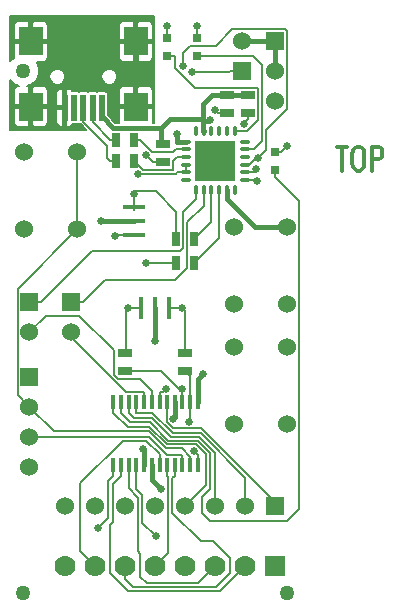
<source format=gtl>
G04 (created by PCBNEW-RS274X (2012-01-19 BZR 3256)-stable) date 12/5/2012 8:15:46 PM*
G01*
G70*
G90*
%MOIN*%
G04 Gerber Fmt 3.4, Leading zero omitted, Abs format*
%FSLAX34Y34*%
G04 APERTURE LIST*
%ADD10C,0.006000*%
%ADD11C,0.012000*%
%ADD12R,0.137800X0.137800*%
%ADD13O,0.039400X0.011800*%
%ADD14O,0.011800X0.039400*%
%ADD15R,0.079000X0.098000*%
%ADD16R,0.020000X0.091000*%
%ADD17C,0.060000*%
%ADD18R,0.016000X0.050000*%
%ADD19R,0.045000X0.025000*%
%ADD20R,0.025000X0.045000*%
%ADD21R,0.031400X0.031400*%
%ADD22R,0.060000X0.060000*%
%ADD23C,0.050000*%
%ADD24C,0.070000*%
%ADD25R,0.070000X0.070000*%
%ADD26R,0.015700X0.074800*%
%ADD27R,0.074800X0.015700*%
%ADD28C,0.025000*%
%ADD29C,0.015000*%
G04 APERTURE END LIST*
G54D10*
G54D11*
X71057Y-34524D02*
X71400Y-34524D01*
X71229Y-35324D02*
X71229Y-34524D01*
X71714Y-34524D02*
X71828Y-34524D01*
X71886Y-34562D01*
X71943Y-34638D01*
X71971Y-34790D01*
X71971Y-35057D01*
X71943Y-35210D01*
X71886Y-35286D01*
X71828Y-35324D01*
X71714Y-35324D01*
X71657Y-35286D01*
X71600Y-35210D01*
X71571Y-35057D01*
X71571Y-34790D01*
X71600Y-34638D01*
X71657Y-34562D01*
X71714Y-34524D01*
X72229Y-35324D02*
X72229Y-34524D01*
X72457Y-34524D01*
X72515Y-34562D01*
X72543Y-34600D01*
X72572Y-34676D01*
X72572Y-34790D01*
X72543Y-34867D01*
X72515Y-34905D01*
X72457Y-34943D01*
X72229Y-34943D01*
G54D12*
X67000Y-35000D03*
G54D13*
X67986Y-35640D03*
X67984Y-35384D03*
X67984Y-35128D03*
X67984Y-34872D03*
X67984Y-34616D03*
X67984Y-34360D03*
G54D14*
X67640Y-34016D03*
X67384Y-34016D03*
X67128Y-34016D03*
X66872Y-34016D03*
X66616Y-34016D03*
X66360Y-34016D03*
G54D13*
X66016Y-34360D03*
X66016Y-34616D03*
X66016Y-34872D03*
X66016Y-35128D03*
X66016Y-35384D03*
X66016Y-35640D03*
G54D14*
X66360Y-35984D03*
X66616Y-35984D03*
X66872Y-35984D03*
X67128Y-35984D03*
X67384Y-35984D03*
X67640Y-35984D03*
G54D15*
X64350Y-31020D03*
X60850Y-31020D03*
X60850Y-33190D03*
G54D16*
X63220Y-33225D03*
X61980Y-33225D03*
X62290Y-33225D03*
X62910Y-33225D03*
X62600Y-33225D03*
G54D15*
X64350Y-33190D03*
G54D17*
X67615Y-39780D03*
X67615Y-37220D03*
X69385Y-39780D03*
X69385Y-37220D03*
X62385Y-34720D03*
X62385Y-37280D03*
X60615Y-34720D03*
X60615Y-37280D03*
X67615Y-43780D03*
X67615Y-41220D03*
X69385Y-43780D03*
X69385Y-41220D03*
G54D18*
X63600Y-45150D03*
X63850Y-45150D03*
X64110Y-45150D03*
X64370Y-45150D03*
X64620Y-45150D03*
X64880Y-45150D03*
X65140Y-45150D03*
X65390Y-45150D03*
X65650Y-45150D03*
X65900Y-45150D03*
X66160Y-45150D03*
X66420Y-45150D03*
X66430Y-43050D03*
X66160Y-43050D03*
X65900Y-43050D03*
X65650Y-43050D03*
X65390Y-43050D03*
X65140Y-43050D03*
X64880Y-43050D03*
X64620Y-43050D03*
X64370Y-43050D03*
X64110Y-43050D03*
X63850Y-43050D03*
X63600Y-43050D03*
G54D19*
X68100Y-33400D03*
X68100Y-32800D03*
X67400Y-33400D03*
X67400Y-32800D03*
X65250Y-35050D03*
X65250Y-34450D03*
G54D20*
X65700Y-37600D03*
X66300Y-37600D03*
X65700Y-38400D03*
X66300Y-38400D03*
X63700Y-35000D03*
X64300Y-35000D03*
X63700Y-34300D03*
X64300Y-34300D03*
G54D19*
X64000Y-41400D03*
X64000Y-42000D03*
X66000Y-41400D03*
X66000Y-42000D03*
G54D21*
X69000Y-35295D03*
X69000Y-34705D03*
X65400Y-31495D03*
X65400Y-30905D03*
X66400Y-31495D03*
X66400Y-30905D03*
G54D17*
X63000Y-46500D03*
X64000Y-46500D03*
X62000Y-46500D03*
X65000Y-46500D03*
X66000Y-46500D03*
G54D22*
X69000Y-46500D03*
G54D17*
X68000Y-46500D03*
X67000Y-46500D03*
G54D22*
X69000Y-31000D03*
G54D17*
X69000Y-32000D03*
X69000Y-33000D03*
G54D22*
X62200Y-39700D03*
G54D17*
X62200Y-40700D03*
G54D22*
X60800Y-39700D03*
G54D17*
X60800Y-40700D03*
G54D22*
X67900Y-32000D03*
G54D17*
X67900Y-31000D03*
X60800Y-45200D03*
G54D22*
X60800Y-42200D03*
G54D17*
X60800Y-43200D03*
X60800Y-44200D03*
G54D23*
X60600Y-49400D03*
X60600Y-32000D03*
X69400Y-49400D03*
G54D24*
X63000Y-48500D03*
X64000Y-48500D03*
X62000Y-48500D03*
X65000Y-48500D03*
X66000Y-48500D03*
G54D25*
X69000Y-48500D03*
G54D24*
X68000Y-48500D03*
X67000Y-48500D03*
G54D26*
X65472Y-39900D03*
X65000Y-39900D03*
X64528Y-39900D03*
G54D27*
X64300Y-36528D03*
X64300Y-37000D03*
X64300Y-37472D03*
G54D28*
X66835Y-33631D03*
X63080Y-47250D03*
X65020Y-47520D03*
X63200Y-37000D03*
X65200Y-45950D03*
X62500Y-31500D03*
X62500Y-30500D03*
X65000Y-41000D03*
X64500Y-32000D03*
X62000Y-31000D03*
X65726Y-34095D03*
X66600Y-42100D03*
X63000Y-31000D03*
X64100Y-39900D03*
X65900Y-39900D03*
X64300Y-36100D03*
X66286Y-44687D03*
X69400Y-34500D03*
X65911Y-31852D03*
X68430Y-34897D03*
X64702Y-34819D03*
X68379Y-35679D03*
X67967Y-33764D03*
X65370Y-42591D03*
X65400Y-30500D03*
X66400Y-30500D03*
X63650Y-37500D03*
X64700Y-38400D03*
X64414Y-35425D03*
X66224Y-32041D03*
X68347Y-35255D03*
X66983Y-33290D03*
X65600Y-43600D03*
X64600Y-44600D03*
X66108Y-43690D03*
X65900Y-42612D03*
G54D29*
X65500Y-33600D02*
X66600Y-33600D01*
X66900Y-32800D02*
X67400Y-32800D01*
X63220Y-33225D02*
X63220Y-33520D01*
X66600Y-33100D02*
X66900Y-32800D01*
X66600Y-33680D02*
X66600Y-34000D01*
X66786Y-33680D02*
X66835Y-33631D01*
X66600Y-33600D02*
X66600Y-33680D01*
X66600Y-33680D02*
X66786Y-33680D01*
X63600Y-33900D02*
X65200Y-33900D01*
X65200Y-33900D02*
X65200Y-34400D01*
X66600Y-33600D02*
X66600Y-33100D01*
X65200Y-34400D02*
X65250Y-34450D01*
X63220Y-33520D02*
X63600Y-33900D01*
X66600Y-34000D02*
X66616Y-34016D01*
X68100Y-32800D02*
X67400Y-32800D01*
X65200Y-33900D02*
X65500Y-33600D01*
G54D10*
X63577Y-45766D02*
X63850Y-45493D01*
X64092Y-49332D02*
X64174Y-49332D01*
X68000Y-48500D02*
X67168Y-49332D01*
X63500Y-48740D02*
X64092Y-49332D01*
X63500Y-47122D02*
X63500Y-48740D01*
X63577Y-45824D02*
X63577Y-47045D01*
X63577Y-47045D02*
X63500Y-47122D01*
X63577Y-45824D02*
X63577Y-45766D01*
X64174Y-49332D02*
X67168Y-49332D01*
X63850Y-45493D02*
X63850Y-45150D01*
X63420Y-46910D02*
X63420Y-45679D01*
X69000Y-48500D02*
X69007Y-48500D01*
X63600Y-45493D02*
X63600Y-45150D01*
X63600Y-45499D02*
X63420Y-45679D01*
X63600Y-45493D02*
X63600Y-45499D01*
X63080Y-47250D02*
X63420Y-46910D01*
X64370Y-45930D02*
X64370Y-45150D01*
X64570Y-46130D02*
X64370Y-45930D01*
X64570Y-47070D02*
X64570Y-46130D01*
X65020Y-47520D02*
X64570Y-47070D01*
X64420Y-48020D02*
X64420Y-46231D01*
X64504Y-48104D02*
X64420Y-48020D01*
X64110Y-45921D02*
X64110Y-45150D01*
X64420Y-46231D02*
X64110Y-45921D01*
X66417Y-49083D02*
X64717Y-49083D01*
X64717Y-49083D02*
X64504Y-48870D01*
X67000Y-48500D02*
X66417Y-49083D01*
X64504Y-48870D02*
X64504Y-48104D01*
X66506Y-47668D02*
X66930Y-47668D01*
X65650Y-45150D02*
X65650Y-45493D01*
X64000Y-48938D02*
X64000Y-48500D01*
X65650Y-45493D02*
X65566Y-45577D01*
X66930Y-47668D02*
X67494Y-48232D01*
X65566Y-46728D02*
X66506Y-47668D01*
X67494Y-48743D02*
X67029Y-49208D01*
X65566Y-45577D02*
X65566Y-46728D01*
X64270Y-49208D02*
X64000Y-48938D01*
X67494Y-48232D02*
X67494Y-48743D01*
X67029Y-49208D02*
X64270Y-49208D01*
X65438Y-45541D02*
X65438Y-48062D01*
X65390Y-45493D02*
X65438Y-45541D01*
X65390Y-45150D02*
X65390Y-45493D01*
X65438Y-48062D02*
X65000Y-48500D01*
X69000Y-46382D02*
X69000Y-46500D01*
X65602Y-43917D02*
X65379Y-43694D01*
X66535Y-43917D02*
X65602Y-43917D01*
X65379Y-43404D02*
X65390Y-43393D01*
X68607Y-45989D02*
X69000Y-46382D01*
X68607Y-45989D02*
X66535Y-43917D01*
X65390Y-43050D02*
X65390Y-43393D01*
X65379Y-43694D02*
X65379Y-43404D01*
X68000Y-45572D02*
X66509Y-44081D01*
X64370Y-43050D02*
X64370Y-43393D01*
X68000Y-46500D02*
X68000Y-45572D01*
X65583Y-44081D02*
X64895Y-43393D01*
X64895Y-43393D02*
X64370Y-43393D01*
X66509Y-44081D02*
X65583Y-44081D01*
X67000Y-46500D02*
X67000Y-44747D01*
X64110Y-43050D02*
X64110Y-43393D01*
X67000Y-44747D02*
X66458Y-44205D01*
X64894Y-43584D02*
X64301Y-43584D01*
X65515Y-44205D02*
X64894Y-43584D01*
X66458Y-44205D02*
X65515Y-44205D01*
X64301Y-43584D02*
X64110Y-43393D01*
X66000Y-46500D02*
X66693Y-45807D01*
X66693Y-45807D02*
X66693Y-44786D01*
X66693Y-44786D02*
X66358Y-44451D01*
X66358Y-44451D02*
X65387Y-44451D01*
X65387Y-44451D02*
X64802Y-43866D01*
X64802Y-43866D02*
X64073Y-43866D01*
X64073Y-43866D02*
X63600Y-43393D01*
X63600Y-43050D02*
X63600Y-43393D01*
X67128Y-37572D02*
X67128Y-35984D01*
X66300Y-38400D02*
X67128Y-37572D01*
G54D29*
X67384Y-35984D02*
X67384Y-36274D01*
X66430Y-42270D02*
X66600Y-42100D01*
X65726Y-34095D02*
X65726Y-34360D01*
X69385Y-37220D02*
X68330Y-37220D01*
X62500Y-31000D02*
X62500Y-31500D01*
X61980Y-33190D02*
X61980Y-33018D01*
X63000Y-31000D02*
X62500Y-31000D01*
X64300Y-37000D02*
X63200Y-37000D01*
X63020Y-31020D02*
X63000Y-31000D01*
X66016Y-34360D02*
X65726Y-34360D01*
X64880Y-45150D02*
X64880Y-45630D01*
X62500Y-31000D02*
X62000Y-31000D01*
X64350Y-31850D02*
X64500Y-32000D01*
X62500Y-31000D02*
X62500Y-30500D01*
X66430Y-43050D02*
X66430Y-42270D01*
X64880Y-45630D02*
X65200Y-45950D01*
X64350Y-31020D02*
X63020Y-31020D01*
G54D10*
X61980Y-33225D02*
X61980Y-33190D01*
G54D29*
X68330Y-37220D02*
X67384Y-36274D01*
X65000Y-39900D02*
X65000Y-41000D01*
X64350Y-31020D02*
X64350Y-31850D01*
G54D10*
X65852Y-37969D02*
X65815Y-38006D01*
X65918Y-37903D02*
X65852Y-37969D01*
X62887Y-38006D02*
X61193Y-39700D01*
X66360Y-35984D02*
X66360Y-36274D01*
X61193Y-39700D02*
X60800Y-39700D01*
X66360Y-36274D02*
X65918Y-36716D01*
X65581Y-38006D02*
X62887Y-38006D01*
X65918Y-36716D02*
X65918Y-37903D01*
X65815Y-38006D02*
X65581Y-38006D01*
X65641Y-38975D02*
X66058Y-38558D01*
X63318Y-38975D02*
X65641Y-38975D01*
X66616Y-36490D02*
X66616Y-35984D01*
X66058Y-37048D02*
X66616Y-36490D01*
X62200Y-39700D02*
X62593Y-39700D01*
X62593Y-39700D02*
X63318Y-38975D01*
X66058Y-38558D02*
X66058Y-37048D01*
X64528Y-39900D02*
X64100Y-39900D01*
X64015Y-39985D02*
X64100Y-39900D01*
X64016Y-41384D02*
X64000Y-41400D01*
X64015Y-40085D02*
X64016Y-41384D01*
X64015Y-40085D02*
X64015Y-39985D01*
X66000Y-41400D02*
X66000Y-40000D01*
X65900Y-39900D02*
X65472Y-39900D01*
X66000Y-40000D02*
X65900Y-39900D01*
X64300Y-36626D02*
X64300Y-36100D01*
X65016Y-36016D02*
X65700Y-36700D01*
X64300Y-36100D02*
X64300Y-36016D01*
X65700Y-36700D02*
X65700Y-37600D01*
X64300Y-36016D02*
X65016Y-36016D01*
X64600Y-35300D02*
X64300Y-35000D01*
X65600Y-35000D02*
X65600Y-35300D01*
X65600Y-35300D02*
X64600Y-35300D01*
X66016Y-34872D02*
X65728Y-34872D01*
X65728Y-34872D02*
X65600Y-35000D01*
X64500Y-34300D02*
X64300Y-34300D01*
X65600Y-34700D02*
X64900Y-34700D01*
X65684Y-34616D02*
X65600Y-34700D01*
X66016Y-34616D02*
X65684Y-34616D01*
X64900Y-34700D02*
X64500Y-34300D01*
X62910Y-33710D02*
X63500Y-34300D01*
X62910Y-33225D02*
X62910Y-33710D01*
X63500Y-34300D02*
X63700Y-34300D01*
X66406Y-44807D02*
X66420Y-44807D01*
X66420Y-45150D02*
X66420Y-44807D01*
X66286Y-44687D02*
X66406Y-44807D01*
X69000Y-34705D02*
X69195Y-34705D01*
X69195Y-34705D02*
X69400Y-34500D01*
X68050Y-34016D02*
X67640Y-34016D01*
X65650Y-31898D02*
X66330Y-32578D01*
X66330Y-32578D02*
X68410Y-32578D01*
X68426Y-32594D02*
X68426Y-33640D01*
X68426Y-33640D02*
X68050Y-34016D01*
X65400Y-31495D02*
X65650Y-31495D01*
X68410Y-32578D02*
X68426Y-32594D01*
X65650Y-31495D02*
X65650Y-31898D01*
X68354Y-34897D02*
X68430Y-34897D01*
X68123Y-35128D02*
X68354Y-34897D01*
X68674Y-33988D02*
X69394Y-33268D01*
X65911Y-31394D02*
X65911Y-31852D01*
X69338Y-30606D02*
X67564Y-30606D01*
X68430Y-34897D02*
X68674Y-34653D01*
X67014Y-31156D02*
X66149Y-31156D01*
X69394Y-30662D02*
X69338Y-30606D01*
X67564Y-30606D02*
X67014Y-31156D01*
X66149Y-31156D02*
X65911Y-31394D01*
X69394Y-33268D02*
X69394Y-30662D01*
X68674Y-34653D02*
X68674Y-33988D01*
X67984Y-35128D02*
X68123Y-35128D01*
X64932Y-35049D02*
X64702Y-34819D01*
X65250Y-35050D02*
X64932Y-35050D01*
X64932Y-35050D02*
X64932Y-35049D01*
X68276Y-35640D02*
X68315Y-35679D01*
X67967Y-33764D02*
X67967Y-33751D01*
X67967Y-33751D02*
X68100Y-33618D01*
X68100Y-33400D02*
X68100Y-33618D01*
X68315Y-35679D02*
X68379Y-35679D01*
X67986Y-35640D02*
X68276Y-35640D01*
X65390Y-44807D02*
X65900Y-44807D01*
X64782Y-44199D02*
X65390Y-44807D01*
X60801Y-44199D02*
X64782Y-44199D01*
X60800Y-44200D02*
X60801Y-44199D01*
X65900Y-45150D02*
X65900Y-44807D01*
X62463Y-40155D02*
X63628Y-41320D01*
X61345Y-40155D02*
X62463Y-40155D01*
X60800Y-40700D02*
X61345Y-40155D01*
X63628Y-41320D02*
X63628Y-42125D01*
X64478Y-42256D02*
X64880Y-42658D01*
X63628Y-42125D02*
X63759Y-42256D01*
X63759Y-42256D02*
X64478Y-42256D01*
X64880Y-42658D02*
X64880Y-43050D01*
X65140Y-43050D02*
X65140Y-42707D01*
X65254Y-42707D02*
X65140Y-42707D01*
X65370Y-42591D02*
X65254Y-42707D01*
X63850Y-43394D02*
X63850Y-43050D01*
X66816Y-45931D02*
X66816Y-44736D01*
X69779Y-36324D02*
X69779Y-46603D01*
X65437Y-44328D02*
X64816Y-43707D01*
X69779Y-46603D02*
X69374Y-47008D01*
X69000Y-35545D02*
X69779Y-36324D01*
X66816Y-44736D02*
X66408Y-44328D01*
X69374Y-47008D02*
X66813Y-47008D01*
X69000Y-35295D02*
X69000Y-35545D01*
X66408Y-44328D02*
X65437Y-44328D01*
X66813Y-47008D02*
X66547Y-46742D01*
X66547Y-46742D02*
X66547Y-46200D01*
X64816Y-43707D02*
X64163Y-43707D01*
X64163Y-43707D02*
X63850Y-43394D01*
X66547Y-46200D02*
X66816Y-45931D01*
X65400Y-30905D02*
X65400Y-30500D01*
X66400Y-30500D02*
X66400Y-30905D01*
X68550Y-31800D02*
X68550Y-34340D01*
X66400Y-31495D02*
X68245Y-31495D01*
X68245Y-31495D02*
X68550Y-31800D01*
X68550Y-34340D02*
X68274Y-34616D01*
X67984Y-34616D02*
X68274Y-34616D01*
X65140Y-45150D02*
X65140Y-44767D01*
X65140Y-44767D02*
X64695Y-44322D01*
X62501Y-48001D02*
X63000Y-48500D01*
X62501Y-45733D02*
X62501Y-48001D01*
X64695Y-44322D02*
X63912Y-44322D01*
X63912Y-44322D02*
X62501Y-45733D01*
X63500Y-35000D02*
X63700Y-35000D01*
X62600Y-33225D02*
X62600Y-33700D01*
X63400Y-34900D02*
X63500Y-35000D01*
X62600Y-33700D02*
X63400Y-34500D01*
X63400Y-34500D02*
X63400Y-34900D01*
X63678Y-37472D02*
X64300Y-37472D01*
X63650Y-37500D02*
X63678Y-37472D01*
X64700Y-38400D02*
X65700Y-38400D01*
X62200Y-40873D02*
X62200Y-40700D01*
X64034Y-42707D02*
X62200Y-40873D01*
X64620Y-42707D02*
X64034Y-42707D01*
X64620Y-43050D02*
X64620Y-42707D01*
X66160Y-44870D02*
X66160Y-45150D01*
X60406Y-42806D02*
X60406Y-39259D01*
X61619Y-44019D02*
X64777Y-44019D01*
X60406Y-39259D02*
X62385Y-37280D01*
X60800Y-43200D02*
X60406Y-42806D01*
X65874Y-44584D02*
X66160Y-44870D01*
X65342Y-44584D02*
X65874Y-44584D01*
X64777Y-44019D02*
X65342Y-44584D01*
X62385Y-37280D02*
X62385Y-34720D01*
X60800Y-43200D02*
X61619Y-44019D01*
X64414Y-35425D02*
X65685Y-35425D01*
X67507Y-32000D02*
X67466Y-32041D01*
X66016Y-35384D02*
X65726Y-35384D01*
X65685Y-35425D02*
X65726Y-35384D01*
X67900Y-32000D02*
X67507Y-32000D01*
X66016Y-35384D02*
X66016Y-35128D01*
X67466Y-32041D02*
X66224Y-32041D01*
X67082Y-33389D02*
X67082Y-33400D01*
X68274Y-35328D02*
X68347Y-35255D01*
X67984Y-35384D02*
X68274Y-35384D01*
X67400Y-33400D02*
X67082Y-33400D01*
X68274Y-35384D02*
X68274Y-35328D01*
X66983Y-33290D02*
X67082Y-33389D01*
G54D29*
X64620Y-44620D02*
X64620Y-45150D01*
X67900Y-31000D02*
X69000Y-31000D01*
X69000Y-32000D02*
X69000Y-31000D01*
X65650Y-43550D02*
X65650Y-43050D01*
X65600Y-43600D02*
X65650Y-43550D01*
X64600Y-44600D02*
X64620Y-44620D01*
G54D10*
X66160Y-43638D02*
X66108Y-43690D01*
X66160Y-43050D02*
X66160Y-43638D01*
X66160Y-43050D02*
X66160Y-42160D01*
X66160Y-42160D02*
X66000Y-42000D01*
X65900Y-42700D02*
X65200Y-42000D01*
X65900Y-42700D02*
X65900Y-42612D01*
X65200Y-42000D02*
X64000Y-42000D01*
X65900Y-43050D02*
X65900Y-42700D01*
X66872Y-37028D02*
X66300Y-37600D01*
X66872Y-35984D02*
X66872Y-37028D01*
G36*
X64970Y-33735D02*
X64917Y-33735D01*
X64925Y-33716D01*
X64925Y-33644D01*
X64925Y-33280D01*
X64925Y-33100D01*
X64925Y-32736D01*
X64925Y-32664D01*
X64925Y-31546D01*
X64925Y-31474D01*
X64925Y-31110D01*
X64925Y-30930D01*
X64925Y-30566D01*
X64925Y-30494D01*
X64898Y-30428D01*
X64847Y-30377D01*
X64781Y-30350D01*
X64440Y-30350D01*
X64395Y-30395D01*
X64395Y-30975D01*
X64880Y-30975D01*
X64925Y-30930D01*
X64925Y-31110D01*
X64880Y-31065D01*
X64395Y-31065D01*
X64395Y-31645D01*
X64440Y-31690D01*
X64781Y-31690D01*
X64847Y-31663D01*
X64898Y-31612D01*
X64925Y-31546D01*
X64925Y-32664D01*
X64898Y-32598D01*
X64847Y-32547D01*
X64781Y-32520D01*
X64440Y-32520D01*
X64395Y-32565D01*
X64395Y-33145D01*
X64880Y-33145D01*
X64925Y-33100D01*
X64925Y-33280D01*
X64880Y-33235D01*
X64425Y-33235D01*
X64395Y-33235D01*
X64305Y-33235D01*
X64305Y-33145D01*
X64305Y-32565D01*
X64305Y-31645D01*
X64305Y-31065D01*
X64305Y-30975D01*
X64305Y-30395D01*
X64260Y-30350D01*
X63919Y-30350D01*
X63853Y-30377D01*
X63802Y-30428D01*
X63775Y-30494D01*
X63775Y-30566D01*
X63775Y-30930D01*
X63820Y-30975D01*
X64305Y-30975D01*
X64305Y-31065D01*
X63820Y-31065D01*
X63775Y-31110D01*
X63775Y-31474D01*
X63775Y-31546D01*
X63802Y-31612D01*
X63853Y-31663D01*
X63919Y-31690D01*
X64260Y-31690D01*
X64305Y-31645D01*
X64305Y-32565D01*
X64260Y-32520D01*
X63919Y-32520D01*
X63853Y-32547D01*
X63802Y-32598D01*
X63775Y-32664D01*
X63775Y-32736D01*
X63775Y-33100D01*
X63820Y-33145D01*
X64305Y-33145D01*
X64305Y-33235D01*
X64275Y-33235D01*
X63820Y-33235D01*
X63775Y-33280D01*
X63775Y-33644D01*
X63775Y-33716D01*
X63782Y-33735D01*
X63730Y-33735D01*
X63730Y-32253D01*
X63730Y-32148D01*
X63690Y-32051D01*
X63616Y-31976D01*
X63518Y-31935D01*
X63413Y-31935D01*
X63316Y-31975D01*
X63241Y-32049D01*
X63200Y-32147D01*
X63200Y-32252D01*
X63240Y-32349D01*
X63314Y-32424D01*
X63412Y-32465D01*
X63517Y-32465D01*
X63614Y-32425D01*
X63689Y-32351D01*
X63730Y-32253D01*
X63730Y-33735D01*
X63668Y-33735D01*
X63409Y-33475D01*
X63409Y-32752D01*
X63395Y-32719D01*
X63370Y-32694D01*
X63337Y-32681D01*
X63302Y-32681D01*
X63102Y-32681D01*
X63069Y-32695D01*
X63065Y-32699D01*
X63060Y-32694D01*
X63027Y-32681D01*
X62992Y-32681D01*
X62792Y-32681D01*
X62759Y-32695D01*
X62755Y-32699D01*
X62750Y-32694D01*
X62717Y-32681D01*
X62682Y-32681D01*
X62482Y-32681D01*
X62449Y-32695D01*
X62445Y-32699D01*
X62440Y-32694D01*
X62407Y-32681D01*
X62372Y-32681D01*
X62238Y-32681D01*
X62233Y-32668D01*
X62182Y-32617D01*
X62116Y-32590D01*
X62070Y-32590D01*
X62025Y-32635D01*
X62025Y-33150D01*
X62025Y-33180D01*
X62025Y-33270D01*
X62025Y-33300D01*
X62025Y-33815D01*
X62070Y-33860D01*
X62116Y-33860D01*
X62182Y-33833D01*
X62233Y-33782D01*
X62238Y-33769D01*
X62408Y-33769D01*
X62441Y-33755D01*
X62445Y-33751D01*
X62450Y-33756D01*
X62483Y-33769D01*
X62504Y-33769D01*
X62515Y-33785D01*
X62700Y-33970D01*
X62000Y-33970D01*
X62000Y-32253D01*
X62000Y-32148D01*
X61960Y-32051D01*
X61886Y-31976D01*
X61788Y-31935D01*
X61683Y-31935D01*
X61586Y-31975D01*
X61511Y-32049D01*
X61470Y-32147D01*
X61470Y-32252D01*
X61510Y-32349D01*
X61584Y-32424D01*
X61682Y-32465D01*
X61787Y-32465D01*
X61884Y-32425D01*
X61959Y-32351D01*
X62000Y-32253D01*
X62000Y-33970D01*
X61935Y-33970D01*
X61935Y-33815D01*
X61935Y-33270D01*
X61935Y-33180D01*
X61935Y-32635D01*
X61890Y-32590D01*
X61844Y-32590D01*
X61778Y-32617D01*
X61727Y-32668D01*
X61700Y-32734D01*
X61700Y-32806D01*
X61700Y-33135D01*
X61745Y-33180D01*
X61935Y-33180D01*
X61935Y-33270D01*
X61745Y-33270D01*
X61700Y-33315D01*
X61700Y-33644D01*
X61700Y-33716D01*
X61727Y-33782D01*
X61778Y-33833D01*
X61844Y-33860D01*
X61890Y-33860D01*
X61935Y-33815D01*
X61935Y-33970D01*
X61425Y-33970D01*
X61425Y-33716D01*
X61425Y-33644D01*
X61425Y-33280D01*
X61425Y-33100D01*
X61425Y-32736D01*
X61425Y-32664D01*
X61398Y-32598D01*
X61347Y-32547D01*
X61281Y-32520D01*
X60940Y-32520D01*
X60895Y-32565D01*
X60895Y-33145D01*
X61380Y-33145D01*
X61425Y-33100D01*
X61425Y-33280D01*
X61380Y-33235D01*
X60895Y-33235D01*
X60895Y-33815D01*
X60940Y-33860D01*
X61281Y-33860D01*
X61347Y-33833D01*
X61398Y-33782D01*
X61425Y-33716D01*
X61425Y-33970D01*
X60805Y-33970D01*
X60805Y-33815D01*
X60805Y-33235D01*
X60320Y-33235D01*
X60275Y-33280D01*
X60275Y-33644D01*
X60275Y-33716D01*
X60302Y-33782D01*
X60353Y-33833D01*
X60419Y-33860D01*
X60760Y-33860D01*
X60805Y-33815D01*
X60805Y-33970D01*
X60165Y-33970D01*
X60165Y-32314D01*
X60299Y-32449D01*
X60469Y-32520D01*
X60419Y-32520D01*
X60353Y-32547D01*
X60302Y-32598D01*
X60275Y-32664D01*
X60275Y-32736D01*
X60275Y-33100D01*
X60320Y-33145D01*
X60805Y-33145D01*
X60805Y-32565D01*
X60760Y-32520D01*
X60729Y-32520D01*
X60900Y-32449D01*
X61049Y-32301D01*
X61130Y-32106D01*
X61130Y-31895D01*
X61049Y-31700D01*
X61039Y-31690D01*
X61281Y-31690D01*
X61347Y-31663D01*
X61398Y-31612D01*
X61425Y-31546D01*
X61425Y-31474D01*
X61425Y-31110D01*
X61425Y-30930D01*
X61425Y-30566D01*
X61425Y-30494D01*
X61398Y-30428D01*
X61347Y-30377D01*
X61281Y-30350D01*
X60940Y-30350D01*
X60895Y-30395D01*
X60895Y-30975D01*
X61380Y-30975D01*
X61425Y-30930D01*
X61425Y-31110D01*
X61380Y-31065D01*
X60925Y-31065D01*
X60895Y-31065D01*
X60805Y-31065D01*
X60805Y-30975D01*
X60805Y-30395D01*
X60760Y-30350D01*
X60419Y-30350D01*
X60353Y-30377D01*
X60302Y-30428D01*
X60275Y-30494D01*
X60275Y-30566D01*
X60275Y-30930D01*
X60320Y-30975D01*
X60805Y-30975D01*
X60805Y-31065D01*
X60775Y-31065D01*
X60320Y-31065D01*
X60275Y-31110D01*
X60275Y-31474D01*
X60275Y-31546D01*
X60283Y-31567D01*
X60165Y-31685D01*
X60165Y-30165D01*
X64970Y-30165D01*
X64970Y-33735D01*
X64970Y-33735D01*
G37*
X64970Y-33735D02*
X64917Y-33735D01*
X64925Y-33716D01*
X64925Y-33644D01*
X64925Y-33280D01*
X64925Y-33100D01*
X64925Y-32736D01*
X64925Y-32664D01*
X64925Y-31546D01*
X64925Y-31474D01*
X64925Y-31110D01*
X64925Y-30930D01*
X64925Y-30566D01*
X64925Y-30494D01*
X64898Y-30428D01*
X64847Y-30377D01*
X64781Y-30350D01*
X64440Y-30350D01*
X64395Y-30395D01*
X64395Y-30975D01*
X64880Y-30975D01*
X64925Y-30930D01*
X64925Y-31110D01*
X64880Y-31065D01*
X64395Y-31065D01*
X64395Y-31645D01*
X64440Y-31690D01*
X64781Y-31690D01*
X64847Y-31663D01*
X64898Y-31612D01*
X64925Y-31546D01*
X64925Y-32664D01*
X64898Y-32598D01*
X64847Y-32547D01*
X64781Y-32520D01*
X64440Y-32520D01*
X64395Y-32565D01*
X64395Y-33145D01*
X64880Y-33145D01*
X64925Y-33100D01*
X64925Y-33280D01*
X64880Y-33235D01*
X64425Y-33235D01*
X64395Y-33235D01*
X64305Y-33235D01*
X64305Y-33145D01*
X64305Y-32565D01*
X64305Y-31645D01*
X64305Y-31065D01*
X64305Y-30975D01*
X64305Y-30395D01*
X64260Y-30350D01*
X63919Y-30350D01*
X63853Y-30377D01*
X63802Y-30428D01*
X63775Y-30494D01*
X63775Y-30566D01*
X63775Y-30930D01*
X63820Y-30975D01*
X64305Y-30975D01*
X64305Y-31065D01*
X63820Y-31065D01*
X63775Y-31110D01*
X63775Y-31474D01*
X63775Y-31546D01*
X63802Y-31612D01*
X63853Y-31663D01*
X63919Y-31690D01*
X64260Y-31690D01*
X64305Y-31645D01*
X64305Y-32565D01*
X64260Y-32520D01*
X63919Y-32520D01*
X63853Y-32547D01*
X63802Y-32598D01*
X63775Y-32664D01*
X63775Y-32736D01*
X63775Y-33100D01*
X63820Y-33145D01*
X64305Y-33145D01*
X64305Y-33235D01*
X64275Y-33235D01*
X63820Y-33235D01*
X63775Y-33280D01*
X63775Y-33644D01*
X63775Y-33716D01*
X63782Y-33735D01*
X63730Y-33735D01*
X63730Y-32253D01*
X63730Y-32148D01*
X63690Y-32051D01*
X63616Y-31976D01*
X63518Y-31935D01*
X63413Y-31935D01*
X63316Y-31975D01*
X63241Y-32049D01*
X63200Y-32147D01*
X63200Y-32252D01*
X63240Y-32349D01*
X63314Y-32424D01*
X63412Y-32465D01*
X63517Y-32465D01*
X63614Y-32425D01*
X63689Y-32351D01*
X63730Y-32253D01*
X63730Y-33735D01*
X63668Y-33735D01*
X63409Y-33475D01*
X63409Y-32752D01*
X63395Y-32719D01*
X63370Y-32694D01*
X63337Y-32681D01*
X63302Y-32681D01*
X63102Y-32681D01*
X63069Y-32695D01*
X63065Y-32699D01*
X63060Y-32694D01*
X63027Y-32681D01*
X62992Y-32681D01*
X62792Y-32681D01*
X62759Y-32695D01*
X62755Y-32699D01*
X62750Y-32694D01*
X62717Y-32681D01*
X62682Y-32681D01*
X62482Y-32681D01*
X62449Y-32695D01*
X62445Y-32699D01*
X62440Y-32694D01*
X62407Y-32681D01*
X62372Y-32681D01*
X62238Y-32681D01*
X62233Y-32668D01*
X62182Y-32617D01*
X62116Y-32590D01*
X62070Y-32590D01*
X62025Y-32635D01*
X62025Y-33150D01*
X62025Y-33180D01*
X62025Y-33270D01*
X62025Y-33300D01*
X62025Y-33815D01*
X62070Y-33860D01*
X62116Y-33860D01*
X62182Y-33833D01*
X62233Y-33782D01*
X62238Y-33769D01*
X62408Y-33769D01*
X62441Y-33755D01*
X62445Y-33751D01*
X62450Y-33756D01*
X62483Y-33769D01*
X62504Y-33769D01*
X62515Y-33785D01*
X62700Y-33970D01*
X62000Y-33970D01*
X62000Y-32253D01*
X62000Y-32148D01*
X61960Y-32051D01*
X61886Y-31976D01*
X61788Y-31935D01*
X61683Y-31935D01*
X61586Y-31975D01*
X61511Y-32049D01*
X61470Y-32147D01*
X61470Y-32252D01*
X61510Y-32349D01*
X61584Y-32424D01*
X61682Y-32465D01*
X61787Y-32465D01*
X61884Y-32425D01*
X61959Y-32351D01*
X62000Y-32253D01*
X62000Y-33970D01*
X61935Y-33970D01*
X61935Y-33815D01*
X61935Y-33270D01*
X61935Y-33180D01*
X61935Y-32635D01*
X61890Y-32590D01*
X61844Y-32590D01*
X61778Y-32617D01*
X61727Y-32668D01*
X61700Y-32734D01*
X61700Y-32806D01*
X61700Y-33135D01*
X61745Y-33180D01*
X61935Y-33180D01*
X61935Y-33270D01*
X61745Y-33270D01*
X61700Y-33315D01*
X61700Y-33644D01*
X61700Y-33716D01*
X61727Y-33782D01*
X61778Y-33833D01*
X61844Y-33860D01*
X61890Y-33860D01*
X61935Y-33815D01*
X61935Y-33970D01*
X61425Y-33970D01*
X61425Y-33716D01*
X61425Y-33644D01*
X61425Y-33280D01*
X61425Y-33100D01*
X61425Y-32736D01*
X61425Y-32664D01*
X61398Y-32598D01*
X61347Y-32547D01*
X61281Y-32520D01*
X60940Y-32520D01*
X60895Y-32565D01*
X60895Y-33145D01*
X61380Y-33145D01*
X61425Y-33100D01*
X61425Y-33280D01*
X61380Y-33235D01*
X60895Y-33235D01*
X60895Y-33815D01*
X60940Y-33860D01*
X61281Y-33860D01*
X61347Y-33833D01*
X61398Y-33782D01*
X61425Y-33716D01*
X61425Y-33970D01*
X60805Y-33970D01*
X60805Y-33815D01*
X60805Y-33235D01*
X60320Y-33235D01*
X60275Y-33280D01*
X60275Y-33644D01*
X60275Y-33716D01*
X60302Y-33782D01*
X60353Y-33833D01*
X60419Y-33860D01*
X60760Y-33860D01*
X60805Y-33815D01*
X60805Y-33970D01*
X60165Y-33970D01*
X60165Y-32314D01*
X60299Y-32449D01*
X60469Y-32520D01*
X60419Y-32520D01*
X60353Y-32547D01*
X60302Y-32598D01*
X60275Y-32664D01*
X60275Y-32736D01*
X60275Y-33100D01*
X60320Y-33145D01*
X60805Y-33145D01*
X60805Y-32565D01*
X60760Y-32520D01*
X60729Y-32520D01*
X60900Y-32449D01*
X61049Y-32301D01*
X61130Y-32106D01*
X61130Y-31895D01*
X61049Y-31700D01*
X61039Y-31690D01*
X61281Y-31690D01*
X61347Y-31663D01*
X61398Y-31612D01*
X61425Y-31546D01*
X61425Y-31474D01*
X61425Y-31110D01*
X61425Y-30930D01*
X61425Y-30566D01*
X61425Y-30494D01*
X61398Y-30428D01*
X61347Y-30377D01*
X61281Y-30350D01*
X60940Y-30350D01*
X60895Y-30395D01*
X60895Y-30975D01*
X61380Y-30975D01*
X61425Y-30930D01*
X61425Y-31110D01*
X61380Y-31065D01*
X60925Y-31065D01*
X60895Y-31065D01*
X60805Y-31065D01*
X60805Y-30975D01*
X60805Y-30395D01*
X60760Y-30350D01*
X60419Y-30350D01*
X60353Y-30377D01*
X60302Y-30428D01*
X60275Y-30494D01*
X60275Y-30566D01*
X60275Y-30930D01*
X60320Y-30975D01*
X60805Y-30975D01*
X60805Y-31065D01*
X60775Y-31065D01*
X60320Y-31065D01*
X60275Y-31110D01*
X60275Y-31474D01*
X60275Y-31546D01*
X60283Y-31567D01*
X60165Y-31685D01*
X60165Y-30165D01*
X64970Y-30165D01*
X64970Y-33735D01*
M02*

</source>
